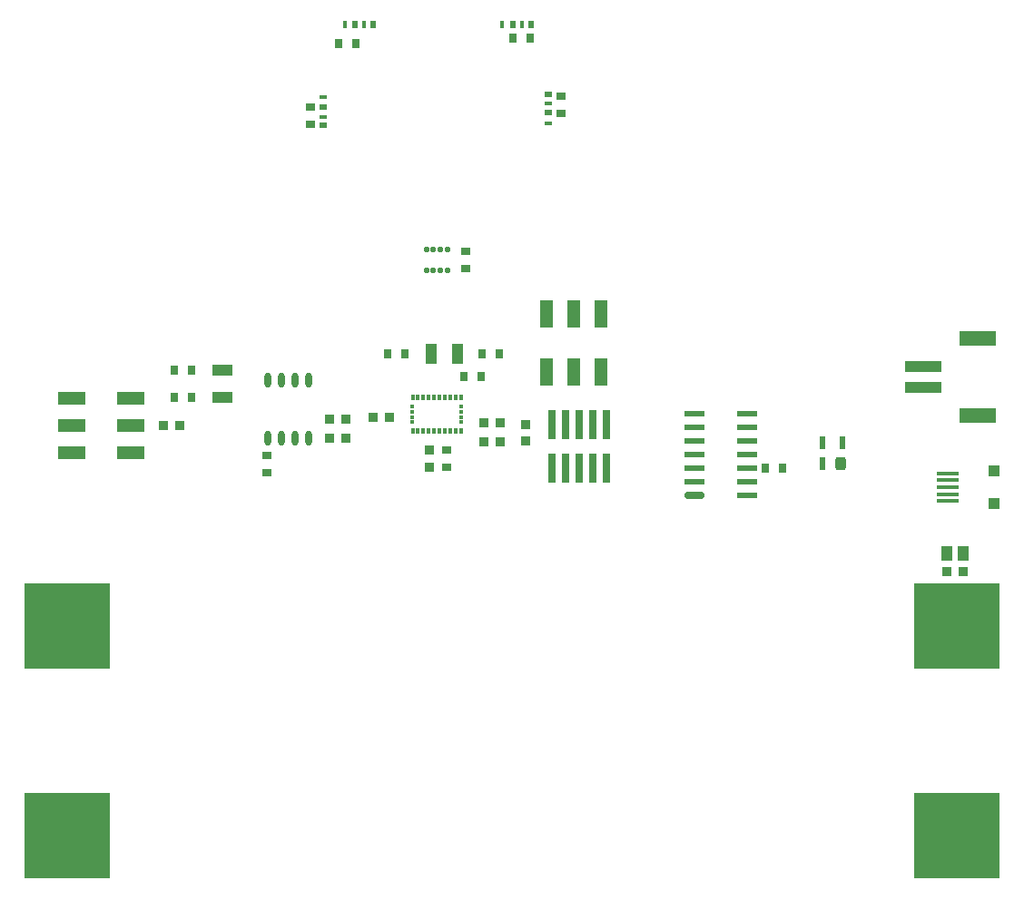
<source format=gbp>
G04*
G04 #@! TF.GenerationSoftware,Altium Limited,Altium Designer,20.1.11 (218)*
G04*
G04 Layer_Color=128*
%FSLAX44Y44*%
%MOMM*%
G71*
G04*
G04 #@! TF.SameCoordinates,F64D855A-75B5-494C-AA47-8135A0461B61*
G04*
G04*
G04 #@! TF.FilePolarity,Positive*
G04*
G01*
G75*
%ADD23R,0.8700X0.9700*%
%ADD24R,0.9652X0.7620*%
%ADD25R,0.9700X0.8700*%
%ADD27R,0.7620X0.9652*%
%ADD43R,1.1000X1.4000*%
%ADD44R,3.4000X1.4000*%
%ADD45R,3.5000X1.0000*%
%ADD46R,1.2700X2.5400*%
%ADD47R,0.6500X0.3500*%
%ADD48R,0.6500X0.6000*%
%ADD49R,0.6500X0.5000*%
%ADD50R,0.6500X0.4500*%
%ADD51R,0.5000X0.6500*%
%ADD52R,0.3500X0.6500*%
%ADD53R,0.6000X0.6500*%
%ADD54R,0.4500X0.6500*%
%ADD55O,0.6000X1.4000*%
%ADD56R,1.1000X1.9000*%
%ADD57R,0.3000X0.5250*%
%ADD58R,0.4250X0.3000*%
%ADD59R,0.7399X2.7899*%
%ADD60R,1.9000X0.6000*%
G04:AMPARAMS|DCode=61|XSize=1.9mm|YSize=0.6mm|CornerRadius=0.15mm|HoleSize=0mm|Usage=FLASHONLY|Rotation=0.000|XOffset=0mm|YOffset=0mm|HoleType=Round|Shape=RoundedRectangle|*
%AMROUNDEDRECTD61*
21,1,1.9000,0.3000,0,0,0.0*
21,1,1.6000,0.6000,0,0,0.0*
1,1,0.3000,0.8000,-0.1500*
1,1,0.3000,-0.8000,-0.1500*
1,1,0.3000,-0.8000,0.1500*
1,1,0.3000,0.8000,0.1500*
%
%ADD61ROUNDEDRECTD61*%
%ADD62R,2.1500X0.4000*%
%ADD63R,1.1000X1.1000*%
G04:AMPARAMS|DCode=64|XSize=0.49mm|YSize=0.45mm|CornerRadius=0.0563mm|HoleSize=0mm|Usage=FLASHONLY|Rotation=90.000|XOffset=0mm|YOffset=0mm|HoleType=Round|Shape=RoundedRectangle|*
%AMROUNDEDRECTD64*
21,1,0.4900,0.3375,0,0,90.0*
21,1,0.3775,0.4500,0,0,90.0*
1,1,0.1125,0.1688,0.1888*
1,1,0.1125,0.1688,-0.1888*
1,1,0.1125,-0.1688,-0.1888*
1,1,0.1125,-0.1688,0.1888*
%
%ADD64ROUNDEDRECTD64*%
%ADD65R,2.5400X1.2700*%
G04:AMPARAMS|DCode=66|XSize=1.26mm|YSize=0.59mm|CornerRadius=0.1475mm|HoleSize=0mm|Usage=FLASHONLY|Rotation=90.000|XOffset=0mm|YOffset=0mm|HoleType=Round|Shape=RoundedRectangle|*
%AMROUNDEDRECTD66*
21,1,1.2600,0.2950,0,0,90.0*
21,1,0.9650,0.5900,0,0,90.0*
1,1,0.2950,0.1475,0.4825*
1,1,0.2950,0.1475,-0.4825*
1,1,0.2950,-0.1475,-0.4825*
1,1,0.2950,-0.1475,0.4825*
%
%ADD66ROUNDEDRECTD66*%
G04:AMPARAMS|DCode=67|XSize=1.26mm|YSize=0.99mm|CornerRadius=0.2475mm|HoleSize=0mm|Usage=FLASHONLY|Rotation=90.000|XOffset=0mm|YOffset=0mm|HoleType=Round|Shape=RoundedRectangle|*
%AMROUNDEDRECTD67*
21,1,1.2600,0.4950,0,0,90.0*
21,1,0.7650,0.9900,0,0,90.0*
1,1,0.4950,0.2475,0.3825*
1,1,0.4950,0.2475,-0.3825*
1,1,0.4950,-0.2475,-0.3825*
1,1,0.4950,-0.2475,0.3825*
%
%ADD67ROUNDEDRECTD67*%
%ADD68R,8.0000X8.0000*%
%ADD69R,1.9000X1.1000*%
%ADD75R,0.7402X2.7899*%
D23*
X1126670Y359410D02*
D03*
X1111070D02*
D03*
X396420Y495300D02*
D03*
X380820D02*
D03*
X551360Y501650D02*
D03*
X535760D02*
D03*
X551360Y483870D02*
D03*
X535760D02*
D03*
X592000Y502920D02*
D03*
X576400D02*
D03*
X694870Y497840D02*
D03*
X679270D02*
D03*
X694870Y480060D02*
D03*
X679270D02*
D03*
D24*
X662940Y657874D02*
D03*
Y642126D02*
D03*
X751840Y787146D02*
D03*
Y802894D02*
D03*
X518160Y792734D02*
D03*
Y776986D02*
D03*
X645160Y456946D02*
D03*
Y472694D02*
D03*
X477520Y451866D02*
D03*
Y467614D02*
D03*
D25*
X628650Y472620D02*
D03*
Y457020D02*
D03*
X718820Y496750D02*
D03*
Y481150D02*
D03*
D27*
X560324Y852170D02*
D03*
X544576D02*
D03*
X406654Y521970D02*
D03*
X390906D02*
D03*
X406654Y547370D02*
D03*
X390906D02*
D03*
X677164Y541020D02*
D03*
X661416D02*
D03*
X707136Y857250D02*
D03*
X722884D02*
D03*
X957834Y455930D02*
D03*
X942086D02*
D03*
X590296Y562610D02*
D03*
X606044D02*
D03*
X693674D02*
D03*
X677926D02*
D03*
D43*
X1111370Y375920D02*
D03*
X1126370D02*
D03*
D44*
X1140340Y577220D02*
D03*
Y504820D02*
D03*
D45*
X1089540Y551020D02*
D03*
Y531020D02*
D03*
D46*
X763270Y600070D02*
D03*
X737870D02*
D03*
X788670D02*
D03*
X763270Y545470D02*
D03*
X737870D02*
D03*
X788670D02*
D03*
D47*
X739460Y796250D02*
D03*
X530000Y783750D02*
D03*
D48*
X739460Y787500D02*
D03*
X530000Y792500D02*
D03*
D49*
X739460Y804500D02*
D03*
X530000Y775500D02*
D03*
D50*
X739460Y777750D02*
D03*
X530000Y802250D02*
D03*
D51*
X723360Y869950D02*
D03*
X576520D02*
D03*
D52*
X715110D02*
D03*
X568270D02*
D03*
D53*
X706360D02*
D03*
X559520D02*
D03*
D54*
X696610D02*
D03*
X549770D02*
D03*
D55*
X516090Y537540D02*
D03*
X503390D02*
D03*
X490690D02*
D03*
X503390Y483540D02*
D03*
X490690D02*
D03*
X516090D02*
D03*
X477990Y537540D02*
D03*
Y483540D02*
D03*
D56*
X655120Y562610D02*
D03*
X630120D02*
D03*
D57*
X658210Y521735D02*
D03*
X638210D02*
D03*
X643210D02*
D03*
X633210D02*
D03*
X653210D02*
D03*
X648210D02*
D03*
X658210Y490485D02*
D03*
X653210D02*
D03*
X638210D02*
D03*
X633210D02*
D03*
X648210D02*
D03*
X643210D02*
D03*
X628210Y521735D02*
D03*
X623210D02*
D03*
X618210D02*
D03*
X613210D02*
D03*
X623210Y490485D02*
D03*
X628210D02*
D03*
X618210D02*
D03*
X613210D02*
D03*
D58*
X658835Y513610D02*
D03*
Y503610D02*
D03*
Y508610D02*
D03*
Y498610D02*
D03*
X612585Y513610D02*
D03*
Y508610D02*
D03*
Y498610D02*
D03*
Y503610D02*
D03*
D59*
X793750Y496570D02*
D03*
X781050D02*
D03*
X793750Y455930D02*
D03*
X781050D02*
D03*
X768350Y496570D02*
D03*
X755650D02*
D03*
X768350Y455930D02*
D03*
X755650D02*
D03*
X742950Y496570D02*
D03*
Y455930D02*
D03*
D60*
X924980Y481330D02*
D03*
Y494030D02*
D03*
Y455930D02*
D03*
Y468630D02*
D03*
Y506730D02*
D03*
Y430530D02*
D03*
Y443230D02*
D03*
X875880Y506730D02*
D03*
Y481330D02*
D03*
Y494030D02*
D03*
Y455930D02*
D03*
Y468630D02*
D03*
Y443230D02*
D03*
D61*
Y430530D02*
D03*
D62*
X1112520Y425150D02*
D03*
Y431650D02*
D03*
Y451150D02*
D03*
Y438150D02*
D03*
Y444650D02*
D03*
D63*
X1155620Y423150D02*
D03*
Y453150D02*
D03*
D64*
X625960Y640300D02*
D03*
X645460D02*
D03*
X638960D02*
D03*
X632460D02*
D03*
X625960Y659700D02*
D03*
X645460D02*
D03*
X638960D02*
D03*
X632460D02*
D03*
D65*
X349880Y469900D02*
D03*
X295280D02*
D03*
X349880Y495300D02*
D03*
X295280D02*
D03*
X349880Y520700D02*
D03*
X295280D02*
D03*
D66*
X1014070Y479700D02*
D03*
X995070D02*
D03*
Y460100D02*
D03*
D67*
X1012070D02*
D03*
D68*
X291120Y112820D02*
D03*
Y308820D02*
D03*
X1121120D02*
D03*
Y112820D02*
D03*
D69*
X435610Y547170D02*
D03*
Y522170D02*
D03*
D75*
X793750Y496570D02*
D03*
Y455930D02*
D03*
X781050Y496570D02*
D03*
Y455930D02*
D03*
X768350Y496570D02*
D03*
X755650D02*
D03*
X768350Y455930D02*
D03*
X755650D02*
D03*
X742950Y496570D02*
D03*
Y455930D02*
D03*
M02*

</source>
